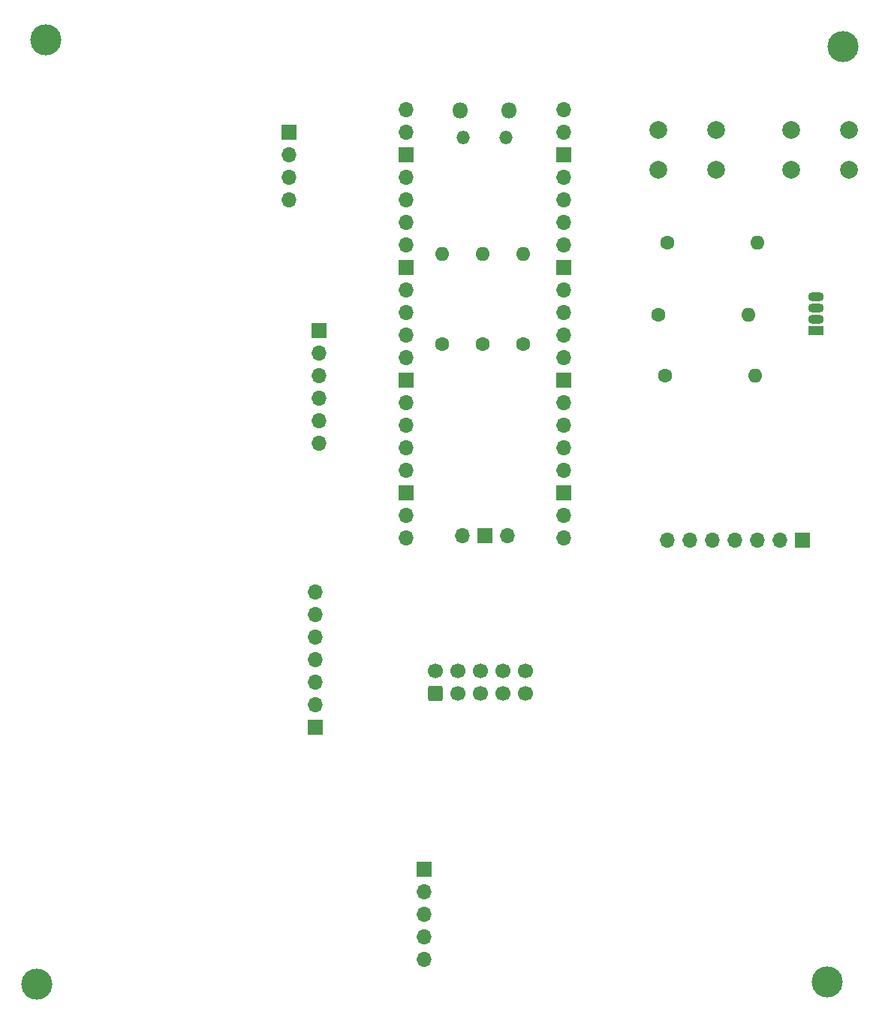
<source format=gbr>
%TF.GenerationSoftware,KiCad,Pcbnew,(6.0.1)*%
%TF.CreationDate,2022-10-25T11:35:38-03:00*%
%TF.ProjectId,Circuito esquem_tico,43697263-7569-4746-9f20-65737175656d,rev?*%
%TF.SameCoordinates,Original*%
%TF.FileFunction,Soldermask,Bot*%
%TF.FilePolarity,Negative*%
%FSLAX46Y46*%
G04 Gerber Fmt 4.6, Leading zero omitted, Abs format (unit mm)*
G04 Created by KiCad (PCBNEW (6.0.1)) date 2022-10-25 11:35:38*
%MOMM*%
%LPD*%
G01*
G04 APERTURE LIST*
G04 Aperture macros list*
%AMRoundRect*
0 Rectangle with rounded corners*
0 $1 Rounding radius*
0 $2 $3 $4 $5 $6 $7 $8 $9 X,Y pos of 4 corners*
0 Add a 4 corners polygon primitive as box body*
4,1,4,$2,$3,$4,$5,$6,$7,$8,$9,$2,$3,0*
0 Add four circle primitives for the rounded corners*
1,1,$1+$1,$2,$3*
1,1,$1+$1,$4,$5*
1,1,$1+$1,$6,$7*
1,1,$1+$1,$8,$9*
0 Add four rect primitives between the rounded corners*
20,1,$1+$1,$2,$3,$4,$5,0*
20,1,$1+$1,$4,$5,$6,$7,0*
20,1,$1+$1,$6,$7,$8,$9,0*
20,1,$1+$1,$8,$9,$2,$3,0*%
G04 Aperture macros list end*
%ADD10C,3.500000*%
%ADD11C,1.600000*%
%ADD12O,1.600000X1.600000*%
%ADD13R,1.700000X1.700000*%
%ADD14O,1.700000X1.700000*%
%ADD15RoundRect,0.250000X0.600000X-0.600000X0.600000X0.600000X-0.600000X0.600000X-0.600000X-0.600000X0*%
%ADD16C,1.700000*%
%ADD17C,2.000000*%
%ADD18R,1.800000X1.070000*%
%ADD19O,1.800000X1.070000*%
%ADD20O,1.800000X1.800000*%
%ADD21O,1.500000X1.500000*%
G04 APERTURE END LIST*
D10*
%TO.C,REF\u002A\u002A*%
X89662000Y-38608000D03*
%TD*%
%TO.C,REF\u002A\u002A*%
X179578000Y-39370000D03*
%TD*%
%TO.C,REF\u002A\u002A*%
X88646000Y-145034000D03*
%TD*%
D11*
%TO.C,R6*%
X159512000Y-76454000D03*
D12*
X169672000Y-76454000D03*
%TD*%
D13*
%TO.C,J3*%
X117119000Y-49032000D03*
D14*
X117119000Y-51572000D03*
X117119000Y-54112000D03*
X117119000Y-56652000D03*
%TD*%
D11*
%TO.C,R5*%
X159766000Y-61468000D03*
D12*
X169926000Y-61468000D03*
%TD*%
D13*
%TO.C,J4*%
X120478000Y-71399000D03*
D14*
X120478000Y-73939000D03*
X120478000Y-76479000D03*
X120478000Y-79019000D03*
X120478000Y-81559000D03*
X120478000Y-84099000D03*
%TD*%
D15*
%TO.C,J6*%
X133604000Y-112258500D03*
D16*
X133604000Y-109718500D03*
X136144000Y-112258500D03*
X136144000Y-109718500D03*
X138684000Y-112258500D03*
X138684000Y-109718500D03*
X141224000Y-112258500D03*
X141224000Y-109718500D03*
X143764000Y-112258500D03*
X143764000Y-109718500D03*
%TD*%
D11*
%TO.C,R4*%
X158750000Y-69596000D03*
D12*
X168910000Y-69596000D03*
%TD*%
D13*
%TO.C,J1*%
X120117000Y-116078000D03*
D14*
X120117000Y-113538000D03*
X120117000Y-110998000D03*
X120117000Y-108458000D03*
X120117000Y-105918000D03*
X120117000Y-103378000D03*
X120117000Y-100838000D03*
%TD*%
D17*
%TO.C,SW2*%
X165302000Y-48804000D03*
X158802000Y-48804000D03*
X158802000Y-53304000D03*
X165302000Y-53304000D03*
%TD*%
D13*
%TO.C,J2*%
X132359000Y-132110000D03*
D14*
X132359000Y-134650000D03*
X132359000Y-137190000D03*
X132359000Y-139730000D03*
X132359000Y-142270000D03*
%TD*%
D18*
%TO.C,D1*%
X176530000Y-71374000D03*
D19*
X176530000Y-70104000D03*
X176530000Y-68834000D03*
X176530000Y-67564000D03*
%TD*%
D11*
%TO.C,R1*%
X143510000Y-72898000D03*
D12*
X143510000Y-62738000D03*
%TD*%
D11*
%TO.C,R2*%
X138938000Y-72898000D03*
D12*
X138938000Y-62738000D03*
%TD*%
D20*
%TO.C,U1*%
X136467000Y-46612000D03*
D21*
X141617000Y-49642000D03*
X136767000Y-49642000D03*
D20*
X141917000Y-46612000D03*
D14*
X130302000Y-46482000D03*
X130302000Y-49022000D03*
D13*
X130302000Y-51562000D03*
D14*
X130302000Y-54102000D03*
X130302000Y-56642000D03*
X130302000Y-59182000D03*
X130302000Y-61722000D03*
D13*
X130302000Y-64262000D03*
D14*
X130302000Y-66802000D03*
X130302000Y-69342000D03*
X130302000Y-71882000D03*
X130302000Y-74422000D03*
D13*
X130302000Y-76962000D03*
D14*
X130302000Y-79502000D03*
X130302000Y-82042000D03*
X130302000Y-84582000D03*
X130302000Y-87122000D03*
D13*
X130302000Y-89662000D03*
D14*
X130302000Y-92202000D03*
X130302000Y-94742000D03*
X148082000Y-94742000D03*
X148082000Y-92202000D03*
D13*
X148082000Y-89662000D03*
D14*
X148082000Y-87122000D03*
X148082000Y-84582000D03*
X148082000Y-82042000D03*
X148082000Y-79502000D03*
D13*
X148082000Y-76962000D03*
D14*
X148082000Y-74422000D03*
X148082000Y-71882000D03*
X148082000Y-69342000D03*
X148082000Y-66802000D03*
D13*
X148082000Y-64262000D03*
D14*
X148082000Y-61722000D03*
X148082000Y-59182000D03*
X148082000Y-56642000D03*
X148082000Y-54102000D03*
D13*
X148082000Y-51562000D03*
D14*
X148082000Y-49022000D03*
X148082000Y-46482000D03*
X136652000Y-94512000D03*
D13*
X139192000Y-94512000D03*
D14*
X141732000Y-94512000D03*
%TD*%
D13*
%TO.C,J5*%
X175006000Y-94996000D03*
D14*
X172466000Y-94996000D03*
X169926000Y-94996000D03*
X167386000Y-94996000D03*
X164846000Y-94996000D03*
X162306000Y-94996000D03*
X159766000Y-94996000D03*
%TD*%
D11*
%TO.C,R3*%
X134366000Y-72898000D03*
D12*
X134366000Y-62738000D03*
%TD*%
D17*
%TO.C,SW1*%
X180288000Y-48804000D03*
X173788000Y-48804000D03*
X180288000Y-53304000D03*
X173788000Y-53304000D03*
%TD*%
D10*
%TO.C,REF\u002A\u002A*%
X177800000Y-144780000D03*
%TD*%
M02*

</source>
